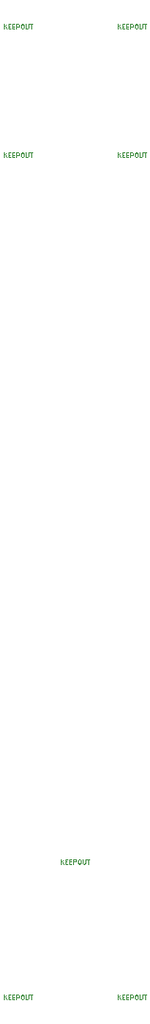
<source format=gbr>
G04 #@! TF.GenerationSoftware,KiCad,Pcbnew,9.0.7*
G04 #@! TF.CreationDate,2026-01-04T21:44:44+01:00*
G04 #@! TF.ProjectId,board_B,626f6172-645f-4422-9e6b-696361645f70,rev?*
G04 #@! TF.SameCoordinates,Original*
G04 #@! TF.FileFunction,Other,Comment*
%FSLAX46Y46*%
G04 Gerber Fmt 4.6, Leading zero omitted, Abs format (unit mm)*
G04 Created by KiCad (PCBNEW 9.0.7) date 2026-01-04 21:44:44*
%MOMM*%
%LPD*%
G01*
G04 APERTURE LIST*
%ADD10C,0.051000*%
G04 APERTURE END LIST*
D10*
X143681904Y-68432395D02*
X143681904Y-68032395D01*
X143910475Y-68432395D02*
X143739046Y-68203824D01*
X143910475Y-68032395D02*
X143681904Y-68260967D01*
X144081904Y-68222871D02*
X144215237Y-68222871D01*
X144272380Y-68432395D02*
X144081904Y-68432395D01*
X144081904Y-68432395D02*
X144081904Y-68032395D01*
X144081904Y-68032395D02*
X144272380Y-68032395D01*
X144443809Y-68222871D02*
X144577142Y-68222871D01*
X144634285Y-68432395D02*
X144443809Y-68432395D01*
X144443809Y-68432395D02*
X144443809Y-68032395D01*
X144443809Y-68032395D02*
X144634285Y-68032395D01*
X144805714Y-68432395D02*
X144805714Y-68032395D01*
X144805714Y-68032395D02*
X144958095Y-68032395D01*
X144958095Y-68032395D02*
X144996190Y-68051443D01*
X144996190Y-68051443D02*
X145015237Y-68070490D01*
X145015237Y-68070490D02*
X145034285Y-68108586D01*
X145034285Y-68108586D02*
X145034285Y-68165728D01*
X145034285Y-68165728D02*
X145015237Y-68203824D01*
X145015237Y-68203824D02*
X144996190Y-68222871D01*
X144996190Y-68222871D02*
X144958095Y-68241919D01*
X144958095Y-68241919D02*
X144805714Y-68241919D01*
X145281904Y-68032395D02*
X145358095Y-68032395D01*
X145358095Y-68032395D02*
X145396190Y-68051443D01*
X145396190Y-68051443D02*
X145434285Y-68089538D01*
X145434285Y-68089538D02*
X145453333Y-68165728D01*
X145453333Y-68165728D02*
X145453333Y-68299062D01*
X145453333Y-68299062D02*
X145434285Y-68375252D01*
X145434285Y-68375252D02*
X145396190Y-68413348D01*
X145396190Y-68413348D02*
X145358095Y-68432395D01*
X145358095Y-68432395D02*
X145281904Y-68432395D01*
X145281904Y-68432395D02*
X145243809Y-68413348D01*
X145243809Y-68413348D02*
X145205714Y-68375252D01*
X145205714Y-68375252D02*
X145186666Y-68299062D01*
X145186666Y-68299062D02*
X145186666Y-68165728D01*
X145186666Y-68165728D02*
X145205714Y-68089538D01*
X145205714Y-68089538D02*
X145243809Y-68051443D01*
X145243809Y-68051443D02*
X145281904Y-68032395D01*
X145624762Y-68032395D02*
X145624762Y-68356205D01*
X145624762Y-68356205D02*
X145643809Y-68394300D01*
X145643809Y-68394300D02*
X145662857Y-68413348D01*
X145662857Y-68413348D02*
X145700952Y-68432395D01*
X145700952Y-68432395D02*
X145777143Y-68432395D01*
X145777143Y-68432395D02*
X145815238Y-68413348D01*
X145815238Y-68413348D02*
X145834285Y-68394300D01*
X145834285Y-68394300D02*
X145853333Y-68356205D01*
X145853333Y-68356205D02*
X145853333Y-68032395D01*
X145986667Y-68032395D02*
X146215238Y-68032395D01*
X146100952Y-68432395D02*
X146100952Y-68032395D01*
X153841904Y-68432395D02*
X153841904Y-68032395D01*
X154070475Y-68432395D02*
X153899046Y-68203824D01*
X154070475Y-68032395D02*
X153841904Y-68260967D01*
X154241904Y-68222871D02*
X154375237Y-68222871D01*
X154432380Y-68432395D02*
X154241904Y-68432395D01*
X154241904Y-68432395D02*
X154241904Y-68032395D01*
X154241904Y-68032395D02*
X154432380Y-68032395D01*
X154603809Y-68222871D02*
X154737142Y-68222871D01*
X154794285Y-68432395D02*
X154603809Y-68432395D01*
X154603809Y-68432395D02*
X154603809Y-68032395D01*
X154603809Y-68032395D02*
X154794285Y-68032395D01*
X154965714Y-68432395D02*
X154965714Y-68032395D01*
X154965714Y-68032395D02*
X155118095Y-68032395D01*
X155118095Y-68032395D02*
X155156190Y-68051443D01*
X155156190Y-68051443D02*
X155175237Y-68070490D01*
X155175237Y-68070490D02*
X155194285Y-68108586D01*
X155194285Y-68108586D02*
X155194285Y-68165728D01*
X155194285Y-68165728D02*
X155175237Y-68203824D01*
X155175237Y-68203824D02*
X155156190Y-68222871D01*
X155156190Y-68222871D02*
X155118095Y-68241919D01*
X155118095Y-68241919D02*
X154965714Y-68241919D01*
X155441904Y-68032395D02*
X155518095Y-68032395D01*
X155518095Y-68032395D02*
X155556190Y-68051443D01*
X155556190Y-68051443D02*
X155594285Y-68089538D01*
X155594285Y-68089538D02*
X155613333Y-68165728D01*
X155613333Y-68165728D02*
X155613333Y-68299062D01*
X155613333Y-68299062D02*
X155594285Y-68375252D01*
X155594285Y-68375252D02*
X155556190Y-68413348D01*
X155556190Y-68413348D02*
X155518095Y-68432395D01*
X155518095Y-68432395D02*
X155441904Y-68432395D01*
X155441904Y-68432395D02*
X155403809Y-68413348D01*
X155403809Y-68413348D02*
X155365714Y-68375252D01*
X155365714Y-68375252D02*
X155346666Y-68299062D01*
X155346666Y-68299062D02*
X155346666Y-68165728D01*
X155346666Y-68165728D02*
X155365714Y-68089538D01*
X155365714Y-68089538D02*
X155403809Y-68051443D01*
X155403809Y-68051443D02*
X155441904Y-68032395D01*
X155784762Y-68032395D02*
X155784762Y-68356205D01*
X155784762Y-68356205D02*
X155803809Y-68394300D01*
X155803809Y-68394300D02*
X155822857Y-68413348D01*
X155822857Y-68413348D02*
X155860952Y-68432395D01*
X155860952Y-68432395D02*
X155937143Y-68432395D01*
X155937143Y-68432395D02*
X155975238Y-68413348D01*
X155975238Y-68413348D02*
X155994285Y-68394300D01*
X155994285Y-68394300D02*
X156013333Y-68356205D01*
X156013333Y-68356205D02*
X156013333Y-68032395D01*
X156146667Y-68032395D02*
X156375238Y-68032395D01*
X156260952Y-68432395D02*
X156260952Y-68032395D01*
X148761904Y-131297395D02*
X148761904Y-130897395D01*
X148990475Y-131297395D02*
X148819046Y-131068824D01*
X148990475Y-130897395D02*
X148761904Y-131125967D01*
X149161904Y-131087871D02*
X149295237Y-131087871D01*
X149352380Y-131297395D02*
X149161904Y-131297395D01*
X149161904Y-131297395D02*
X149161904Y-130897395D01*
X149161904Y-130897395D02*
X149352380Y-130897395D01*
X149523809Y-131087871D02*
X149657142Y-131087871D01*
X149714285Y-131297395D02*
X149523809Y-131297395D01*
X149523809Y-131297395D02*
X149523809Y-130897395D01*
X149523809Y-130897395D02*
X149714285Y-130897395D01*
X149885714Y-131297395D02*
X149885714Y-130897395D01*
X149885714Y-130897395D02*
X150038095Y-130897395D01*
X150038095Y-130897395D02*
X150076190Y-130916443D01*
X150076190Y-130916443D02*
X150095237Y-130935490D01*
X150095237Y-130935490D02*
X150114285Y-130973586D01*
X150114285Y-130973586D02*
X150114285Y-131030728D01*
X150114285Y-131030728D02*
X150095237Y-131068824D01*
X150095237Y-131068824D02*
X150076190Y-131087871D01*
X150076190Y-131087871D02*
X150038095Y-131106919D01*
X150038095Y-131106919D02*
X149885714Y-131106919D01*
X150361904Y-130897395D02*
X150438095Y-130897395D01*
X150438095Y-130897395D02*
X150476190Y-130916443D01*
X150476190Y-130916443D02*
X150514285Y-130954538D01*
X150514285Y-130954538D02*
X150533333Y-131030728D01*
X150533333Y-131030728D02*
X150533333Y-131164062D01*
X150533333Y-131164062D02*
X150514285Y-131240252D01*
X150514285Y-131240252D02*
X150476190Y-131278348D01*
X150476190Y-131278348D02*
X150438095Y-131297395D01*
X150438095Y-131297395D02*
X150361904Y-131297395D01*
X150361904Y-131297395D02*
X150323809Y-131278348D01*
X150323809Y-131278348D02*
X150285714Y-131240252D01*
X150285714Y-131240252D02*
X150266666Y-131164062D01*
X150266666Y-131164062D02*
X150266666Y-131030728D01*
X150266666Y-131030728D02*
X150285714Y-130954538D01*
X150285714Y-130954538D02*
X150323809Y-130916443D01*
X150323809Y-130916443D02*
X150361904Y-130897395D01*
X150704762Y-130897395D02*
X150704762Y-131221205D01*
X150704762Y-131221205D02*
X150723809Y-131259300D01*
X150723809Y-131259300D02*
X150742857Y-131278348D01*
X150742857Y-131278348D02*
X150780952Y-131297395D01*
X150780952Y-131297395D02*
X150857143Y-131297395D01*
X150857143Y-131297395D02*
X150895238Y-131278348D01*
X150895238Y-131278348D02*
X150914285Y-131259300D01*
X150914285Y-131259300D02*
X150933333Y-131221205D01*
X150933333Y-131221205D02*
X150933333Y-130897395D01*
X151066667Y-130897395D02*
X151295238Y-130897395D01*
X151180952Y-131297395D02*
X151180952Y-130897395D01*
X153841904Y-143362395D02*
X153841904Y-142962395D01*
X154070475Y-143362395D02*
X153899046Y-143133824D01*
X154070475Y-142962395D02*
X153841904Y-143190967D01*
X154241904Y-143152871D02*
X154375237Y-143152871D01*
X154432380Y-143362395D02*
X154241904Y-143362395D01*
X154241904Y-143362395D02*
X154241904Y-142962395D01*
X154241904Y-142962395D02*
X154432380Y-142962395D01*
X154603809Y-143152871D02*
X154737142Y-143152871D01*
X154794285Y-143362395D02*
X154603809Y-143362395D01*
X154603809Y-143362395D02*
X154603809Y-142962395D01*
X154603809Y-142962395D02*
X154794285Y-142962395D01*
X154965714Y-143362395D02*
X154965714Y-142962395D01*
X154965714Y-142962395D02*
X155118095Y-142962395D01*
X155118095Y-142962395D02*
X155156190Y-142981443D01*
X155156190Y-142981443D02*
X155175237Y-143000490D01*
X155175237Y-143000490D02*
X155194285Y-143038586D01*
X155194285Y-143038586D02*
X155194285Y-143095728D01*
X155194285Y-143095728D02*
X155175237Y-143133824D01*
X155175237Y-143133824D02*
X155156190Y-143152871D01*
X155156190Y-143152871D02*
X155118095Y-143171919D01*
X155118095Y-143171919D02*
X154965714Y-143171919D01*
X155441904Y-142962395D02*
X155518095Y-142962395D01*
X155518095Y-142962395D02*
X155556190Y-142981443D01*
X155556190Y-142981443D02*
X155594285Y-143019538D01*
X155594285Y-143019538D02*
X155613333Y-143095728D01*
X155613333Y-143095728D02*
X155613333Y-143229062D01*
X155613333Y-143229062D02*
X155594285Y-143305252D01*
X155594285Y-143305252D02*
X155556190Y-143343348D01*
X155556190Y-143343348D02*
X155518095Y-143362395D01*
X155518095Y-143362395D02*
X155441904Y-143362395D01*
X155441904Y-143362395D02*
X155403809Y-143343348D01*
X155403809Y-143343348D02*
X155365714Y-143305252D01*
X155365714Y-143305252D02*
X155346666Y-143229062D01*
X155346666Y-143229062D02*
X155346666Y-143095728D01*
X155346666Y-143095728D02*
X155365714Y-143019538D01*
X155365714Y-143019538D02*
X155403809Y-142981443D01*
X155403809Y-142981443D02*
X155441904Y-142962395D01*
X155784762Y-142962395D02*
X155784762Y-143286205D01*
X155784762Y-143286205D02*
X155803809Y-143324300D01*
X155803809Y-143324300D02*
X155822857Y-143343348D01*
X155822857Y-143343348D02*
X155860952Y-143362395D01*
X155860952Y-143362395D02*
X155937143Y-143362395D01*
X155937143Y-143362395D02*
X155975238Y-143343348D01*
X155975238Y-143343348D02*
X155994285Y-143324300D01*
X155994285Y-143324300D02*
X156013333Y-143286205D01*
X156013333Y-143286205D02*
X156013333Y-142962395D01*
X156146667Y-142962395D02*
X156375238Y-142962395D01*
X156260952Y-143362395D02*
X156260952Y-142962395D01*
X143681904Y-143362395D02*
X143681904Y-142962395D01*
X143910475Y-143362395D02*
X143739046Y-143133824D01*
X143910475Y-142962395D02*
X143681904Y-143190967D01*
X144081904Y-143152871D02*
X144215237Y-143152871D01*
X144272380Y-143362395D02*
X144081904Y-143362395D01*
X144081904Y-143362395D02*
X144081904Y-142962395D01*
X144081904Y-142962395D02*
X144272380Y-142962395D01*
X144443809Y-143152871D02*
X144577142Y-143152871D01*
X144634285Y-143362395D02*
X144443809Y-143362395D01*
X144443809Y-143362395D02*
X144443809Y-142962395D01*
X144443809Y-142962395D02*
X144634285Y-142962395D01*
X144805714Y-143362395D02*
X144805714Y-142962395D01*
X144805714Y-142962395D02*
X144958095Y-142962395D01*
X144958095Y-142962395D02*
X144996190Y-142981443D01*
X144996190Y-142981443D02*
X145015237Y-143000490D01*
X145015237Y-143000490D02*
X145034285Y-143038586D01*
X145034285Y-143038586D02*
X145034285Y-143095728D01*
X145034285Y-143095728D02*
X145015237Y-143133824D01*
X145015237Y-143133824D02*
X144996190Y-143152871D01*
X144996190Y-143152871D02*
X144958095Y-143171919D01*
X144958095Y-143171919D02*
X144805714Y-143171919D01*
X145281904Y-142962395D02*
X145358095Y-142962395D01*
X145358095Y-142962395D02*
X145396190Y-142981443D01*
X145396190Y-142981443D02*
X145434285Y-143019538D01*
X145434285Y-143019538D02*
X145453333Y-143095728D01*
X145453333Y-143095728D02*
X145453333Y-143229062D01*
X145453333Y-143229062D02*
X145434285Y-143305252D01*
X145434285Y-143305252D02*
X145396190Y-143343348D01*
X145396190Y-143343348D02*
X145358095Y-143362395D01*
X145358095Y-143362395D02*
X145281904Y-143362395D01*
X145281904Y-143362395D02*
X145243809Y-143343348D01*
X145243809Y-143343348D02*
X145205714Y-143305252D01*
X145205714Y-143305252D02*
X145186666Y-143229062D01*
X145186666Y-143229062D02*
X145186666Y-143095728D01*
X145186666Y-143095728D02*
X145205714Y-143019538D01*
X145205714Y-143019538D02*
X145243809Y-142981443D01*
X145243809Y-142981443D02*
X145281904Y-142962395D01*
X145624762Y-142962395D02*
X145624762Y-143286205D01*
X145624762Y-143286205D02*
X145643809Y-143324300D01*
X145643809Y-143324300D02*
X145662857Y-143343348D01*
X145662857Y-143343348D02*
X145700952Y-143362395D01*
X145700952Y-143362395D02*
X145777143Y-143362395D01*
X145777143Y-143362395D02*
X145815238Y-143343348D01*
X145815238Y-143343348D02*
X145834285Y-143324300D01*
X145834285Y-143324300D02*
X145853333Y-143286205D01*
X145853333Y-143286205D02*
X145853333Y-142962395D01*
X145986667Y-142962395D02*
X146215238Y-142962395D01*
X146100952Y-143362395D02*
X146100952Y-142962395D01*
X143681904Y-57002395D02*
X143681904Y-56602395D01*
X143910475Y-57002395D02*
X143739046Y-56773824D01*
X143910475Y-56602395D02*
X143681904Y-56830967D01*
X144081904Y-56792871D02*
X144215237Y-56792871D01*
X144272380Y-57002395D02*
X144081904Y-57002395D01*
X144081904Y-57002395D02*
X144081904Y-56602395D01*
X144081904Y-56602395D02*
X144272380Y-56602395D01*
X144443809Y-56792871D02*
X144577142Y-56792871D01*
X144634285Y-57002395D02*
X144443809Y-57002395D01*
X144443809Y-57002395D02*
X144443809Y-56602395D01*
X144443809Y-56602395D02*
X144634285Y-56602395D01*
X144805714Y-57002395D02*
X144805714Y-56602395D01*
X144805714Y-56602395D02*
X144958095Y-56602395D01*
X144958095Y-56602395D02*
X144996190Y-56621443D01*
X144996190Y-56621443D02*
X145015237Y-56640490D01*
X145015237Y-56640490D02*
X145034285Y-56678586D01*
X145034285Y-56678586D02*
X145034285Y-56735728D01*
X145034285Y-56735728D02*
X145015237Y-56773824D01*
X145015237Y-56773824D02*
X144996190Y-56792871D01*
X144996190Y-56792871D02*
X144958095Y-56811919D01*
X144958095Y-56811919D02*
X144805714Y-56811919D01*
X145281904Y-56602395D02*
X145358095Y-56602395D01*
X145358095Y-56602395D02*
X145396190Y-56621443D01*
X145396190Y-56621443D02*
X145434285Y-56659538D01*
X145434285Y-56659538D02*
X145453333Y-56735728D01*
X145453333Y-56735728D02*
X145453333Y-56869062D01*
X145453333Y-56869062D02*
X145434285Y-56945252D01*
X145434285Y-56945252D02*
X145396190Y-56983348D01*
X145396190Y-56983348D02*
X145358095Y-57002395D01*
X145358095Y-57002395D02*
X145281904Y-57002395D01*
X145281904Y-57002395D02*
X145243809Y-56983348D01*
X145243809Y-56983348D02*
X145205714Y-56945252D01*
X145205714Y-56945252D02*
X145186666Y-56869062D01*
X145186666Y-56869062D02*
X145186666Y-56735728D01*
X145186666Y-56735728D02*
X145205714Y-56659538D01*
X145205714Y-56659538D02*
X145243809Y-56621443D01*
X145243809Y-56621443D02*
X145281904Y-56602395D01*
X145624762Y-56602395D02*
X145624762Y-56926205D01*
X145624762Y-56926205D02*
X145643809Y-56964300D01*
X145643809Y-56964300D02*
X145662857Y-56983348D01*
X145662857Y-56983348D02*
X145700952Y-57002395D01*
X145700952Y-57002395D02*
X145777143Y-57002395D01*
X145777143Y-57002395D02*
X145815238Y-56983348D01*
X145815238Y-56983348D02*
X145834285Y-56964300D01*
X145834285Y-56964300D02*
X145853333Y-56926205D01*
X145853333Y-56926205D02*
X145853333Y-56602395D01*
X145986667Y-56602395D02*
X146215238Y-56602395D01*
X146100952Y-57002395D02*
X146100952Y-56602395D01*
X153841904Y-57002395D02*
X153841904Y-56602395D01*
X154070475Y-57002395D02*
X153899046Y-56773824D01*
X154070475Y-56602395D02*
X153841904Y-56830967D01*
X154241904Y-56792871D02*
X154375237Y-56792871D01*
X154432380Y-57002395D02*
X154241904Y-57002395D01*
X154241904Y-57002395D02*
X154241904Y-56602395D01*
X154241904Y-56602395D02*
X154432380Y-56602395D01*
X154603809Y-56792871D02*
X154737142Y-56792871D01*
X154794285Y-57002395D02*
X154603809Y-57002395D01*
X154603809Y-57002395D02*
X154603809Y-56602395D01*
X154603809Y-56602395D02*
X154794285Y-56602395D01*
X154965714Y-57002395D02*
X154965714Y-56602395D01*
X154965714Y-56602395D02*
X155118095Y-56602395D01*
X155118095Y-56602395D02*
X155156190Y-56621443D01*
X155156190Y-56621443D02*
X155175237Y-56640490D01*
X155175237Y-56640490D02*
X155194285Y-56678586D01*
X155194285Y-56678586D02*
X155194285Y-56735728D01*
X155194285Y-56735728D02*
X155175237Y-56773824D01*
X155175237Y-56773824D02*
X155156190Y-56792871D01*
X155156190Y-56792871D02*
X155118095Y-56811919D01*
X155118095Y-56811919D02*
X154965714Y-56811919D01*
X155441904Y-56602395D02*
X155518095Y-56602395D01*
X155518095Y-56602395D02*
X155556190Y-56621443D01*
X155556190Y-56621443D02*
X155594285Y-56659538D01*
X155594285Y-56659538D02*
X155613333Y-56735728D01*
X155613333Y-56735728D02*
X155613333Y-56869062D01*
X155613333Y-56869062D02*
X155594285Y-56945252D01*
X155594285Y-56945252D02*
X155556190Y-56983348D01*
X155556190Y-56983348D02*
X155518095Y-57002395D01*
X155518095Y-57002395D02*
X155441904Y-57002395D01*
X155441904Y-57002395D02*
X155403809Y-56983348D01*
X155403809Y-56983348D02*
X155365714Y-56945252D01*
X155365714Y-56945252D02*
X155346666Y-56869062D01*
X155346666Y-56869062D02*
X155346666Y-56735728D01*
X155346666Y-56735728D02*
X155365714Y-56659538D01*
X155365714Y-56659538D02*
X155403809Y-56621443D01*
X155403809Y-56621443D02*
X155441904Y-56602395D01*
X155784762Y-56602395D02*
X155784762Y-56926205D01*
X155784762Y-56926205D02*
X155803809Y-56964300D01*
X155803809Y-56964300D02*
X155822857Y-56983348D01*
X155822857Y-56983348D02*
X155860952Y-57002395D01*
X155860952Y-57002395D02*
X155937143Y-57002395D01*
X155937143Y-57002395D02*
X155975238Y-56983348D01*
X155975238Y-56983348D02*
X155994285Y-56964300D01*
X155994285Y-56964300D02*
X156013333Y-56926205D01*
X156013333Y-56926205D02*
X156013333Y-56602395D01*
X156146667Y-56602395D02*
X156375238Y-56602395D01*
X156260952Y-57002395D02*
X156260952Y-56602395D01*
M02*

</source>
